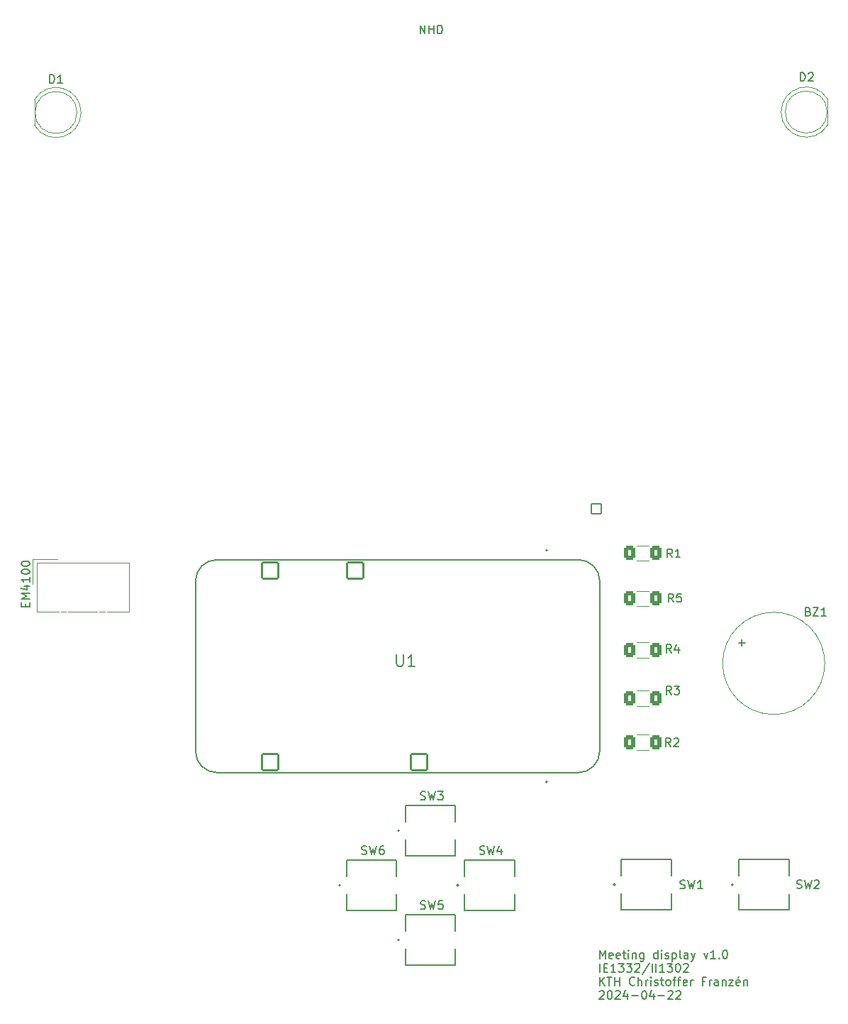
<source format=gto>
%TF.GenerationSoftware,KiCad,Pcbnew,8.0.1*%
%TF.CreationDate,2024-04-24T10:41:03+02:00*%
%TF.ProjectId,PCB,5043422e-6b69-4636-9164-5f7063625858,v0.1*%
%TF.SameCoordinates,Original*%
%TF.FileFunction,Legend,Top*%
%TF.FilePolarity,Positive*%
%FSLAX46Y46*%
G04 Gerber Fmt 4.6, Leading zero omitted, Abs format (unit mm)*
G04 Created by KiCad (PCBNEW 8.0.1) date 2024-04-24 10:41:03*
%MOMM*%
%LPD*%
G01*
G04 APERTURE LIST*
G04 Aperture macros list*
%AMRoundRect*
0 Rectangle with rounded corners*
0 $1 Rounding radius*
0 $2 $3 $4 $5 $6 $7 $8 $9 X,Y pos of 4 corners*
0 Add a 4 corners polygon primitive as box body*
4,1,4,$2,$3,$4,$5,$6,$7,$8,$9,$2,$3,0*
0 Add four circle primitives for the rounded corners*
1,1,$1+$1,$2,$3*
1,1,$1+$1,$4,$5*
1,1,$1+$1,$6,$7*
1,1,$1+$1,$8,$9*
0 Add four rect primitives between the rounded corners*
20,1,$1+$1,$2,$3,$4,$5,0*
20,1,$1+$1,$4,$5,$6,$7,0*
20,1,$1+$1,$6,$7,$8,$9,0*
20,1,$1+$1,$8,$9,$2,$3,0*%
G04 Aperture macros list end*
%ADD10C,0.150000*%
%ADD11C,0.127000*%
%ADD12C,0.200000*%
%ADD13C,0.120000*%
%ADD14C,1.712000*%
%ADD15C,3.200000*%
%ADD16C,2.134000*%
%ADD17RoundRect,0.102000X-0.965000X0.965000X-0.965000X-0.965000X0.965000X-0.965000X0.965000X0.965000X0*%
%ADD18RoundRect,0.250000X-0.400000X-0.625000X0.400000X-0.625000X0.400000X0.625000X-0.400000X0.625000X0*%
%ADD19R,2.000000X2.000000*%
%ADD20C,2.000000*%
%ADD21RoundRect,0.250000X0.400000X0.625000X-0.400000X0.625000X-0.400000X-0.625000X0.400000X-0.625000X0*%
%ADD22C,1.404000*%
%ADD23RoundRect,0.102000X-0.600000X-0.600000X0.600000X-0.600000X0.600000X0.600000X-0.600000X0.600000X0*%
%ADD24R,1.800000X1.800000*%
%ADD25C,1.800000*%
%ADD26R,1.524000X1.524000*%
%ADD27C,1.524000*%
G04 APERTURE END LIST*
D10*
X157686779Y-139189987D02*
X157686779Y-138189987D01*
X157686779Y-138189987D02*
X158020112Y-138904272D01*
X158020112Y-138904272D02*
X158353445Y-138189987D01*
X158353445Y-138189987D02*
X158353445Y-139189987D01*
X159210588Y-139142368D02*
X159115350Y-139189987D01*
X159115350Y-139189987D02*
X158924874Y-139189987D01*
X158924874Y-139189987D02*
X158829636Y-139142368D01*
X158829636Y-139142368D02*
X158782017Y-139047129D01*
X158782017Y-139047129D02*
X158782017Y-138666177D01*
X158782017Y-138666177D02*
X158829636Y-138570939D01*
X158829636Y-138570939D02*
X158924874Y-138523320D01*
X158924874Y-138523320D02*
X159115350Y-138523320D01*
X159115350Y-138523320D02*
X159210588Y-138570939D01*
X159210588Y-138570939D02*
X159258207Y-138666177D01*
X159258207Y-138666177D02*
X159258207Y-138761415D01*
X159258207Y-138761415D02*
X158782017Y-138856653D01*
X160067731Y-139142368D02*
X159972493Y-139189987D01*
X159972493Y-139189987D02*
X159782017Y-139189987D01*
X159782017Y-139189987D02*
X159686779Y-139142368D01*
X159686779Y-139142368D02*
X159639160Y-139047129D01*
X159639160Y-139047129D02*
X159639160Y-138666177D01*
X159639160Y-138666177D02*
X159686779Y-138570939D01*
X159686779Y-138570939D02*
X159782017Y-138523320D01*
X159782017Y-138523320D02*
X159972493Y-138523320D01*
X159972493Y-138523320D02*
X160067731Y-138570939D01*
X160067731Y-138570939D02*
X160115350Y-138666177D01*
X160115350Y-138666177D02*
X160115350Y-138761415D01*
X160115350Y-138761415D02*
X159639160Y-138856653D01*
X160401065Y-138523320D02*
X160782017Y-138523320D01*
X160543922Y-138189987D02*
X160543922Y-139047129D01*
X160543922Y-139047129D02*
X160591541Y-139142368D01*
X160591541Y-139142368D02*
X160686779Y-139189987D01*
X160686779Y-139189987D02*
X160782017Y-139189987D01*
X161115351Y-139189987D02*
X161115351Y-138523320D01*
X161115351Y-138189987D02*
X161067732Y-138237606D01*
X161067732Y-138237606D02*
X161115351Y-138285225D01*
X161115351Y-138285225D02*
X161162970Y-138237606D01*
X161162970Y-138237606D02*
X161115351Y-138189987D01*
X161115351Y-138189987D02*
X161115351Y-138285225D01*
X161591541Y-138523320D02*
X161591541Y-139189987D01*
X161591541Y-138618558D02*
X161639160Y-138570939D01*
X161639160Y-138570939D02*
X161734398Y-138523320D01*
X161734398Y-138523320D02*
X161877255Y-138523320D01*
X161877255Y-138523320D02*
X161972493Y-138570939D01*
X161972493Y-138570939D02*
X162020112Y-138666177D01*
X162020112Y-138666177D02*
X162020112Y-139189987D01*
X162924874Y-138523320D02*
X162924874Y-139332844D01*
X162924874Y-139332844D02*
X162877255Y-139428082D01*
X162877255Y-139428082D02*
X162829636Y-139475701D01*
X162829636Y-139475701D02*
X162734398Y-139523320D01*
X162734398Y-139523320D02*
X162591541Y-139523320D01*
X162591541Y-139523320D02*
X162496303Y-139475701D01*
X162924874Y-139142368D02*
X162829636Y-139189987D01*
X162829636Y-139189987D02*
X162639160Y-139189987D01*
X162639160Y-139189987D02*
X162543922Y-139142368D01*
X162543922Y-139142368D02*
X162496303Y-139094748D01*
X162496303Y-139094748D02*
X162448684Y-138999510D01*
X162448684Y-138999510D02*
X162448684Y-138713796D01*
X162448684Y-138713796D02*
X162496303Y-138618558D01*
X162496303Y-138618558D02*
X162543922Y-138570939D01*
X162543922Y-138570939D02*
X162639160Y-138523320D01*
X162639160Y-138523320D02*
X162829636Y-138523320D01*
X162829636Y-138523320D02*
X162924874Y-138570939D01*
X164591541Y-139189987D02*
X164591541Y-138189987D01*
X164591541Y-139142368D02*
X164496303Y-139189987D01*
X164496303Y-139189987D02*
X164305827Y-139189987D01*
X164305827Y-139189987D02*
X164210589Y-139142368D01*
X164210589Y-139142368D02*
X164162970Y-139094748D01*
X164162970Y-139094748D02*
X164115351Y-138999510D01*
X164115351Y-138999510D02*
X164115351Y-138713796D01*
X164115351Y-138713796D02*
X164162970Y-138618558D01*
X164162970Y-138618558D02*
X164210589Y-138570939D01*
X164210589Y-138570939D02*
X164305827Y-138523320D01*
X164305827Y-138523320D02*
X164496303Y-138523320D01*
X164496303Y-138523320D02*
X164591541Y-138570939D01*
X165067732Y-139189987D02*
X165067732Y-138523320D01*
X165067732Y-138189987D02*
X165020113Y-138237606D01*
X165020113Y-138237606D02*
X165067732Y-138285225D01*
X165067732Y-138285225D02*
X165115351Y-138237606D01*
X165115351Y-138237606D02*
X165067732Y-138189987D01*
X165067732Y-138189987D02*
X165067732Y-138285225D01*
X165496303Y-139142368D02*
X165591541Y-139189987D01*
X165591541Y-139189987D02*
X165782017Y-139189987D01*
X165782017Y-139189987D02*
X165877255Y-139142368D01*
X165877255Y-139142368D02*
X165924874Y-139047129D01*
X165924874Y-139047129D02*
X165924874Y-138999510D01*
X165924874Y-138999510D02*
X165877255Y-138904272D01*
X165877255Y-138904272D02*
X165782017Y-138856653D01*
X165782017Y-138856653D02*
X165639160Y-138856653D01*
X165639160Y-138856653D02*
X165543922Y-138809034D01*
X165543922Y-138809034D02*
X165496303Y-138713796D01*
X165496303Y-138713796D02*
X165496303Y-138666177D01*
X165496303Y-138666177D02*
X165543922Y-138570939D01*
X165543922Y-138570939D02*
X165639160Y-138523320D01*
X165639160Y-138523320D02*
X165782017Y-138523320D01*
X165782017Y-138523320D02*
X165877255Y-138570939D01*
X166353446Y-138523320D02*
X166353446Y-139523320D01*
X166353446Y-138570939D02*
X166448684Y-138523320D01*
X166448684Y-138523320D02*
X166639160Y-138523320D01*
X166639160Y-138523320D02*
X166734398Y-138570939D01*
X166734398Y-138570939D02*
X166782017Y-138618558D01*
X166782017Y-138618558D02*
X166829636Y-138713796D01*
X166829636Y-138713796D02*
X166829636Y-138999510D01*
X166829636Y-138999510D02*
X166782017Y-139094748D01*
X166782017Y-139094748D02*
X166734398Y-139142368D01*
X166734398Y-139142368D02*
X166639160Y-139189987D01*
X166639160Y-139189987D02*
X166448684Y-139189987D01*
X166448684Y-139189987D02*
X166353446Y-139142368D01*
X167401065Y-139189987D02*
X167305827Y-139142368D01*
X167305827Y-139142368D02*
X167258208Y-139047129D01*
X167258208Y-139047129D02*
X167258208Y-138189987D01*
X168210589Y-139189987D02*
X168210589Y-138666177D01*
X168210589Y-138666177D02*
X168162970Y-138570939D01*
X168162970Y-138570939D02*
X168067732Y-138523320D01*
X168067732Y-138523320D02*
X167877256Y-138523320D01*
X167877256Y-138523320D02*
X167782018Y-138570939D01*
X168210589Y-139142368D02*
X168115351Y-139189987D01*
X168115351Y-139189987D02*
X167877256Y-139189987D01*
X167877256Y-139189987D02*
X167782018Y-139142368D01*
X167782018Y-139142368D02*
X167734399Y-139047129D01*
X167734399Y-139047129D02*
X167734399Y-138951891D01*
X167734399Y-138951891D02*
X167782018Y-138856653D01*
X167782018Y-138856653D02*
X167877256Y-138809034D01*
X167877256Y-138809034D02*
X168115351Y-138809034D01*
X168115351Y-138809034D02*
X168210589Y-138761415D01*
X168591542Y-138523320D02*
X168829637Y-139189987D01*
X169067732Y-138523320D02*
X168829637Y-139189987D01*
X168829637Y-139189987D02*
X168734399Y-139428082D01*
X168734399Y-139428082D02*
X168686780Y-139475701D01*
X168686780Y-139475701D02*
X168591542Y-139523320D01*
X170115352Y-138523320D02*
X170353447Y-139189987D01*
X170353447Y-139189987D02*
X170591542Y-138523320D01*
X171496304Y-139189987D02*
X170924876Y-139189987D01*
X171210590Y-139189987D02*
X171210590Y-138189987D01*
X171210590Y-138189987D02*
X171115352Y-138332844D01*
X171115352Y-138332844D02*
X171020114Y-138428082D01*
X171020114Y-138428082D02*
X170924876Y-138475701D01*
X171924876Y-139094748D02*
X171972495Y-139142368D01*
X171972495Y-139142368D02*
X171924876Y-139189987D01*
X171924876Y-139189987D02*
X171877257Y-139142368D01*
X171877257Y-139142368D02*
X171924876Y-139094748D01*
X171924876Y-139094748D02*
X171924876Y-139189987D01*
X172591542Y-138189987D02*
X172686780Y-138189987D01*
X172686780Y-138189987D02*
X172782018Y-138237606D01*
X172782018Y-138237606D02*
X172829637Y-138285225D01*
X172829637Y-138285225D02*
X172877256Y-138380463D01*
X172877256Y-138380463D02*
X172924875Y-138570939D01*
X172924875Y-138570939D02*
X172924875Y-138809034D01*
X172924875Y-138809034D02*
X172877256Y-138999510D01*
X172877256Y-138999510D02*
X172829637Y-139094748D01*
X172829637Y-139094748D02*
X172782018Y-139142368D01*
X172782018Y-139142368D02*
X172686780Y-139189987D01*
X172686780Y-139189987D02*
X172591542Y-139189987D01*
X172591542Y-139189987D02*
X172496304Y-139142368D01*
X172496304Y-139142368D02*
X172448685Y-139094748D01*
X172448685Y-139094748D02*
X172401066Y-138999510D01*
X172401066Y-138999510D02*
X172353447Y-138809034D01*
X172353447Y-138809034D02*
X172353447Y-138570939D01*
X172353447Y-138570939D02*
X172401066Y-138380463D01*
X172401066Y-138380463D02*
X172448685Y-138285225D01*
X172448685Y-138285225D02*
X172496304Y-138237606D01*
X172496304Y-138237606D02*
X172591542Y-138189987D01*
X157686779Y-140799931D02*
X157686779Y-139799931D01*
X158162969Y-140276121D02*
X158496302Y-140276121D01*
X158639159Y-140799931D02*
X158162969Y-140799931D01*
X158162969Y-140799931D02*
X158162969Y-139799931D01*
X158162969Y-139799931D02*
X158639159Y-139799931D01*
X159591540Y-140799931D02*
X159020112Y-140799931D01*
X159305826Y-140799931D02*
X159305826Y-139799931D01*
X159305826Y-139799931D02*
X159210588Y-139942788D01*
X159210588Y-139942788D02*
X159115350Y-140038026D01*
X159115350Y-140038026D02*
X159020112Y-140085645D01*
X159924874Y-139799931D02*
X160543921Y-139799931D01*
X160543921Y-139799931D02*
X160210588Y-140180883D01*
X160210588Y-140180883D02*
X160353445Y-140180883D01*
X160353445Y-140180883D02*
X160448683Y-140228502D01*
X160448683Y-140228502D02*
X160496302Y-140276121D01*
X160496302Y-140276121D02*
X160543921Y-140371359D01*
X160543921Y-140371359D02*
X160543921Y-140609454D01*
X160543921Y-140609454D02*
X160496302Y-140704692D01*
X160496302Y-140704692D02*
X160448683Y-140752312D01*
X160448683Y-140752312D02*
X160353445Y-140799931D01*
X160353445Y-140799931D02*
X160067731Y-140799931D01*
X160067731Y-140799931D02*
X159972493Y-140752312D01*
X159972493Y-140752312D02*
X159924874Y-140704692D01*
X160877255Y-139799931D02*
X161496302Y-139799931D01*
X161496302Y-139799931D02*
X161162969Y-140180883D01*
X161162969Y-140180883D02*
X161305826Y-140180883D01*
X161305826Y-140180883D02*
X161401064Y-140228502D01*
X161401064Y-140228502D02*
X161448683Y-140276121D01*
X161448683Y-140276121D02*
X161496302Y-140371359D01*
X161496302Y-140371359D02*
X161496302Y-140609454D01*
X161496302Y-140609454D02*
X161448683Y-140704692D01*
X161448683Y-140704692D02*
X161401064Y-140752312D01*
X161401064Y-140752312D02*
X161305826Y-140799931D01*
X161305826Y-140799931D02*
X161020112Y-140799931D01*
X161020112Y-140799931D02*
X160924874Y-140752312D01*
X160924874Y-140752312D02*
X160877255Y-140704692D01*
X161877255Y-139895169D02*
X161924874Y-139847550D01*
X161924874Y-139847550D02*
X162020112Y-139799931D01*
X162020112Y-139799931D02*
X162258207Y-139799931D01*
X162258207Y-139799931D02*
X162353445Y-139847550D01*
X162353445Y-139847550D02*
X162401064Y-139895169D01*
X162401064Y-139895169D02*
X162448683Y-139990407D01*
X162448683Y-139990407D02*
X162448683Y-140085645D01*
X162448683Y-140085645D02*
X162401064Y-140228502D01*
X162401064Y-140228502D02*
X161829636Y-140799931D01*
X161829636Y-140799931D02*
X162448683Y-140799931D01*
X163591540Y-139752312D02*
X162734398Y-141038026D01*
X163924874Y-140799931D02*
X163924874Y-139799931D01*
X164401064Y-140799931D02*
X164401064Y-139799931D01*
X165401063Y-140799931D02*
X164829635Y-140799931D01*
X165115349Y-140799931D02*
X165115349Y-139799931D01*
X165115349Y-139799931D02*
X165020111Y-139942788D01*
X165020111Y-139942788D02*
X164924873Y-140038026D01*
X164924873Y-140038026D02*
X164829635Y-140085645D01*
X165734397Y-139799931D02*
X166353444Y-139799931D01*
X166353444Y-139799931D02*
X166020111Y-140180883D01*
X166020111Y-140180883D02*
X166162968Y-140180883D01*
X166162968Y-140180883D02*
X166258206Y-140228502D01*
X166258206Y-140228502D02*
X166305825Y-140276121D01*
X166305825Y-140276121D02*
X166353444Y-140371359D01*
X166353444Y-140371359D02*
X166353444Y-140609454D01*
X166353444Y-140609454D02*
X166305825Y-140704692D01*
X166305825Y-140704692D02*
X166258206Y-140752312D01*
X166258206Y-140752312D02*
X166162968Y-140799931D01*
X166162968Y-140799931D02*
X165877254Y-140799931D01*
X165877254Y-140799931D02*
X165782016Y-140752312D01*
X165782016Y-140752312D02*
X165734397Y-140704692D01*
X166972492Y-139799931D02*
X167067730Y-139799931D01*
X167067730Y-139799931D02*
X167162968Y-139847550D01*
X167162968Y-139847550D02*
X167210587Y-139895169D01*
X167210587Y-139895169D02*
X167258206Y-139990407D01*
X167258206Y-139990407D02*
X167305825Y-140180883D01*
X167305825Y-140180883D02*
X167305825Y-140418978D01*
X167305825Y-140418978D02*
X167258206Y-140609454D01*
X167258206Y-140609454D02*
X167210587Y-140704692D01*
X167210587Y-140704692D02*
X167162968Y-140752312D01*
X167162968Y-140752312D02*
X167067730Y-140799931D01*
X167067730Y-140799931D02*
X166972492Y-140799931D01*
X166972492Y-140799931D02*
X166877254Y-140752312D01*
X166877254Y-140752312D02*
X166829635Y-140704692D01*
X166829635Y-140704692D02*
X166782016Y-140609454D01*
X166782016Y-140609454D02*
X166734397Y-140418978D01*
X166734397Y-140418978D02*
X166734397Y-140180883D01*
X166734397Y-140180883D02*
X166782016Y-139990407D01*
X166782016Y-139990407D02*
X166829635Y-139895169D01*
X166829635Y-139895169D02*
X166877254Y-139847550D01*
X166877254Y-139847550D02*
X166972492Y-139799931D01*
X167686778Y-139895169D02*
X167734397Y-139847550D01*
X167734397Y-139847550D02*
X167829635Y-139799931D01*
X167829635Y-139799931D02*
X168067730Y-139799931D01*
X168067730Y-139799931D02*
X168162968Y-139847550D01*
X168162968Y-139847550D02*
X168210587Y-139895169D01*
X168210587Y-139895169D02*
X168258206Y-139990407D01*
X168258206Y-139990407D02*
X168258206Y-140085645D01*
X168258206Y-140085645D02*
X168210587Y-140228502D01*
X168210587Y-140228502D02*
X167639159Y-140799931D01*
X167639159Y-140799931D02*
X168258206Y-140799931D01*
X157686779Y-142409875D02*
X157686779Y-141409875D01*
X158258207Y-142409875D02*
X157829636Y-141838446D01*
X158258207Y-141409875D02*
X157686779Y-141981303D01*
X158543922Y-141409875D02*
X159115350Y-141409875D01*
X158829636Y-142409875D02*
X158829636Y-141409875D01*
X159448684Y-142409875D02*
X159448684Y-141409875D01*
X159448684Y-141886065D02*
X160020112Y-141886065D01*
X160020112Y-142409875D02*
X160020112Y-141409875D01*
X161829636Y-142314636D02*
X161782017Y-142362256D01*
X161782017Y-142362256D02*
X161639160Y-142409875D01*
X161639160Y-142409875D02*
X161543922Y-142409875D01*
X161543922Y-142409875D02*
X161401065Y-142362256D01*
X161401065Y-142362256D02*
X161305827Y-142267017D01*
X161305827Y-142267017D02*
X161258208Y-142171779D01*
X161258208Y-142171779D02*
X161210589Y-141981303D01*
X161210589Y-141981303D02*
X161210589Y-141838446D01*
X161210589Y-141838446D02*
X161258208Y-141647970D01*
X161258208Y-141647970D02*
X161305827Y-141552732D01*
X161305827Y-141552732D02*
X161401065Y-141457494D01*
X161401065Y-141457494D02*
X161543922Y-141409875D01*
X161543922Y-141409875D02*
X161639160Y-141409875D01*
X161639160Y-141409875D02*
X161782017Y-141457494D01*
X161782017Y-141457494D02*
X161829636Y-141505113D01*
X162258208Y-142409875D02*
X162258208Y-141409875D01*
X162686779Y-142409875D02*
X162686779Y-141886065D01*
X162686779Y-141886065D02*
X162639160Y-141790827D01*
X162639160Y-141790827D02*
X162543922Y-141743208D01*
X162543922Y-141743208D02*
X162401065Y-141743208D01*
X162401065Y-141743208D02*
X162305827Y-141790827D01*
X162305827Y-141790827D02*
X162258208Y-141838446D01*
X163162970Y-142409875D02*
X163162970Y-141743208D01*
X163162970Y-141933684D02*
X163210589Y-141838446D01*
X163210589Y-141838446D02*
X163258208Y-141790827D01*
X163258208Y-141790827D02*
X163353446Y-141743208D01*
X163353446Y-141743208D02*
X163448684Y-141743208D01*
X163782018Y-142409875D02*
X163782018Y-141743208D01*
X163782018Y-141409875D02*
X163734399Y-141457494D01*
X163734399Y-141457494D02*
X163782018Y-141505113D01*
X163782018Y-141505113D02*
X163829637Y-141457494D01*
X163829637Y-141457494D02*
X163782018Y-141409875D01*
X163782018Y-141409875D02*
X163782018Y-141505113D01*
X164210589Y-142362256D02*
X164305827Y-142409875D01*
X164305827Y-142409875D02*
X164496303Y-142409875D01*
X164496303Y-142409875D02*
X164591541Y-142362256D01*
X164591541Y-142362256D02*
X164639160Y-142267017D01*
X164639160Y-142267017D02*
X164639160Y-142219398D01*
X164639160Y-142219398D02*
X164591541Y-142124160D01*
X164591541Y-142124160D02*
X164496303Y-142076541D01*
X164496303Y-142076541D02*
X164353446Y-142076541D01*
X164353446Y-142076541D02*
X164258208Y-142028922D01*
X164258208Y-142028922D02*
X164210589Y-141933684D01*
X164210589Y-141933684D02*
X164210589Y-141886065D01*
X164210589Y-141886065D02*
X164258208Y-141790827D01*
X164258208Y-141790827D02*
X164353446Y-141743208D01*
X164353446Y-141743208D02*
X164496303Y-141743208D01*
X164496303Y-141743208D02*
X164591541Y-141790827D01*
X164924875Y-141743208D02*
X165305827Y-141743208D01*
X165067732Y-141409875D02*
X165067732Y-142267017D01*
X165067732Y-142267017D02*
X165115351Y-142362256D01*
X165115351Y-142362256D02*
X165210589Y-142409875D01*
X165210589Y-142409875D02*
X165305827Y-142409875D01*
X165782018Y-142409875D02*
X165686780Y-142362256D01*
X165686780Y-142362256D02*
X165639161Y-142314636D01*
X165639161Y-142314636D02*
X165591542Y-142219398D01*
X165591542Y-142219398D02*
X165591542Y-141933684D01*
X165591542Y-141933684D02*
X165639161Y-141838446D01*
X165639161Y-141838446D02*
X165686780Y-141790827D01*
X165686780Y-141790827D02*
X165782018Y-141743208D01*
X165782018Y-141743208D02*
X165924875Y-141743208D01*
X165924875Y-141743208D02*
X166020113Y-141790827D01*
X166020113Y-141790827D02*
X166067732Y-141838446D01*
X166067732Y-141838446D02*
X166115351Y-141933684D01*
X166115351Y-141933684D02*
X166115351Y-142219398D01*
X166115351Y-142219398D02*
X166067732Y-142314636D01*
X166067732Y-142314636D02*
X166020113Y-142362256D01*
X166020113Y-142362256D02*
X165924875Y-142409875D01*
X165924875Y-142409875D02*
X165782018Y-142409875D01*
X166401066Y-141743208D02*
X166782018Y-141743208D01*
X166543923Y-142409875D02*
X166543923Y-141552732D01*
X166543923Y-141552732D02*
X166591542Y-141457494D01*
X166591542Y-141457494D02*
X166686780Y-141409875D01*
X166686780Y-141409875D02*
X166782018Y-141409875D01*
X166972495Y-141743208D02*
X167353447Y-141743208D01*
X167115352Y-142409875D02*
X167115352Y-141552732D01*
X167115352Y-141552732D02*
X167162971Y-141457494D01*
X167162971Y-141457494D02*
X167258209Y-141409875D01*
X167258209Y-141409875D02*
X167353447Y-141409875D01*
X168067733Y-142362256D02*
X167972495Y-142409875D01*
X167972495Y-142409875D02*
X167782019Y-142409875D01*
X167782019Y-142409875D02*
X167686781Y-142362256D01*
X167686781Y-142362256D02*
X167639162Y-142267017D01*
X167639162Y-142267017D02*
X167639162Y-141886065D01*
X167639162Y-141886065D02*
X167686781Y-141790827D01*
X167686781Y-141790827D02*
X167782019Y-141743208D01*
X167782019Y-141743208D02*
X167972495Y-141743208D01*
X167972495Y-141743208D02*
X168067733Y-141790827D01*
X168067733Y-141790827D02*
X168115352Y-141886065D01*
X168115352Y-141886065D02*
X168115352Y-141981303D01*
X168115352Y-141981303D02*
X167639162Y-142076541D01*
X168543924Y-142409875D02*
X168543924Y-141743208D01*
X168543924Y-141933684D02*
X168591543Y-141838446D01*
X168591543Y-141838446D02*
X168639162Y-141790827D01*
X168639162Y-141790827D02*
X168734400Y-141743208D01*
X168734400Y-141743208D02*
X168829638Y-141743208D01*
X170258210Y-141886065D02*
X169924877Y-141886065D01*
X169924877Y-142409875D02*
X169924877Y-141409875D01*
X169924877Y-141409875D02*
X170401067Y-141409875D01*
X170782020Y-142409875D02*
X170782020Y-141743208D01*
X170782020Y-141933684D02*
X170829639Y-141838446D01*
X170829639Y-141838446D02*
X170877258Y-141790827D01*
X170877258Y-141790827D02*
X170972496Y-141743208D01*
X170972496Y-141743208D02*
X171067734Y-141743208D01*
X171829639Y-142409875D02*
X171829639Y-141886065D01*
X171829639Y-141886065D02*
X171782020Y-141790827D01*
X171782020Y-141790827D02*
X171686782Y-141743208D01*
X171686782Y-141743208D02*
X171496306Y-141743208D01*
X171496306Y-141743208D02*
X171401068Y-141790827D01*
X171829639Y-142362256D02*
X171734401Y-142409875D01*
X171734401Y-142409875D02*
X171496306Y-142409875D01*
X171496306Y-142409875D02*
X171401068Y-142362256D01*
X171401068Y-142362256D02*
X171353449Y-142267017D01*
X171353449Y-142267017D02*
X171353449Y-142171779D01*
X171353449Y-142171779D02*
X171401068Y-142076541D01*
X171401068Y-142076541D02*
X171496306Y-142028922D01*
X171496306Y-142028922D02*
X171734401Y-142028922D01*
X171734401Y-142028922D02*
X171829639Y-141981303D01*
X172305830Y-141743208D02*
X172305830Y-142409875D01*
X172305830Y-141838446D02*
X172353449Y-141790827D01*
X172353449Y-141790827D02*
X172448687Y-141743208D01*
X172448687Y-141743208D02*
X172591544Y-141743208D01*
X172591544Y-141743208D02*
X172686782Y-141790827D01*
X172686782Y-141790827D02*
X172734401Y-141886065D01*
X172734401Y-141886065D02*
X172734401Y-142409875D01*
X173115354Y-141743208D02*
X173639163Y-141743208D01*
X173639163Y-141743208D02*
X173115354Y-142409875D01*
X173115354Y-142409875D02*
X173639163Y-142409875D01*
X174401068Y-142362256D02*
X174305830Y-142409875D01*
X174305830Y-142409875D02*
X174115354Y-142409875D01*
X174115354Y-142409875D02*
X174020116Y-142362256D01*
X174020116Y-142362256D02*
X173972497Y-142267017D01*
X173972497Y-142267017D02*
X173972497Y-141886065D01*
X173972497Y-141886065D02*
X174020116Y-141790827D01*
X174020116Y-141790827D02*
X174115354Y-141743208D01*
X174115354Y-141743208D02*
X174305830Y-141743208D01*
X174305830Y-141743208D02*
X174401068Y-141790827D01*
X174401068Y-141790827D02*
X174448687Y-141886065D01*
X174448687Y-141886065D02*
X174448687Y-141981303D01*
X174448687Y-141981303D02*
X173972497Y-142076541D01*
X174305830Y-141362256D02*
X174162973Y-141505113D01*
X174877259Y-141743208D02*
X174877259Y-142409875D01*
X174877259Y-141838446D02*
X174924878Y-141790827D01*
X174924878Y-141790827D02*
X175020116Y-141743208D01*
X175020116Y-141743208D02*
X175162973Y-141743208D01*
X175162973Y-141743208D02*
X175258211Y-141790827D01*
X175258211Y-141790827D02*
X175305830Y-141886065D01*
X175305830Y-141886065D02*
X175305830Y-142409875D01*
X157639160Y-143115057D02*
X157686779Y-143067438D01*
X157686779Y-143067438D02*
X157782017Y-143019819D01*
X157782017Y-143019819D02*
X158020112Y-143019819D01*
X158020112Y-143019819D02*
X158115350Y-143067438D01*
X158115350Y-143067438D02*
X158162969Y-143115057D01*
X158162969Y-143115057D02*
X158210588Y-143210295D01*
X158210588Y-143210295D02*
X158210588Y-143305533D01*
X158210588Y-143305533D02*
X158162969Y-143448390D01*
X158162969Y-143448390D02*
X157591541Y-144019819D01*
X157591541Y-144019819D02*
X158210588Y-144019819D01*
X158829636Y-143019819D02*
X158924874Y-143019819D01*
X158924874Y-143019819D02*
X159020112Y-143067438D01*
X159020112Y-143067438D02*
X159067731Y-143115057D01*
X159067731Y-143115057D02*
X159115350Y-143210295D01*
X159115350Y-143210295D02*
X159162969Y-143400771D01*
X159162969Y-143400771D02*
X159162969Y-143638866D01*
X159162969Y-143638866D02*
X159115350Y-143829342D01*
X159115350Y-143829342D02*
X159067731Y-143924580D01*
X159067731Y-143924580D02*
X159020112Y-143972200D01*
X159020112Y-143972200D02*
X158924874Y-144019819D01*
X158924874Y-144019819D02*
X158829636Y-144019819D01*
X158829636Y-144019819D02*
X158734398Y-143972200D01*
X158734398Y-143972200D02*
X158686779Y-143924580D01*
X158686779Y-143924580D02*
X158639160Y-143829342D01*
X158639160Y-143829342D02*
X158591541Y-143638866D01*
X158591541Y-143638866D02*
X158591541Y-143400771D01*
X158591541Y-143400771D02*
X158639160Y-143210295D01*
X158639160Y-143210295D02*
X158686779Y-143115057D01*
X158686779Y-143115057D02*
X158734398Y-143067438D01*
X158734398Y-143067438D02*
X158829636Y-143019819D01*
X159543922Y-143115057D02*
X159591541Y-143067438D01*
X159591541Y-143067438D02*
X159686779Y-143019819D01*
X159686779Y-143019819D02*
X159924874Y-143019819D01*
X159924874Y-143019819D02*
X160020112Y-143067438D01*
X160020112Y-143067438D02*
X160067731Y-143115057D01*
X160067731Y-143115057D02*
X160115350Y-143210295D01*
X160115350Y-143210295D02*
X160115350Y-143305533D01*
X160115350Y-143305533D02*
X160067731Y-143448390D01*
X160067731Y-143448390D02*
X159496303Y-144019819D01*
X159496303Y-144019819D02*
X160115350Y-144019819D01*
X160972493Y-143353152D02*
X160972493Y-144019819D01*
X160734398Y-142972200D02*
X160496303Y-143686485D01*
X160496303Y-143686485D02*
X161115350Y-143686485D01*
X161496303Y-143638866D02*
X162258208Y-143638866D01*
X162924874Y-143019819D02*
X163020112Y-143019819D01*
X163020112Y-143019819D02*
X163115350Y-143067438D01*
X163115350Y-143067438D02*
X163162969Y-143115057D01*
X163162969Y-143115057D02*
X163210588Y-143210295D01*
X163210588Y-143210295D02*
X163258207Y-143400771D01*
X163258207Y-143400771D02*
X163258207Y-143638866D01*
X163258207Y-143638866D02*
X163210588Y-143829342D01*
X163210588Y-143829342D02*
X163162969Y-143924580D01*
X163162969Y-143924580D02*
X163115350Y-143972200D01*
X163115350Y-143972200D02*
X163020112Y-144019819D01*
X163020112Y-144019819D02*
X162924874Y-144019819D01*
X162924874Y-144019819D02*
X162829636Y-143972200D01*
X162829636Y-143972200D02*
X162782017Y-143924580D01*
X162782017Y-143924580D02*
X162734398Y-143829342D01*
X162734398Y-143829342D02*
X162686779Y-143638866D01*
X162686779Y-143638866D02*
X162686779Y-143400771D01*
X162686779Y-143400771D02*
X162734398Y-143210295D01*
X162734398Y-143210295D02*
X162782017Y-143115057D01*
X162782017Y-143115057D02*
X162829636Y-143067438D01*
X162829636Y-143067438D02*
X162924874Y-143019819D01*
X164115350Y-143353152D02*
X164115350Y-144019819D01*
X163877255Y-142972200D02*
X163639160Y-143686485D01*
X163639160Y-143686485D02*
X164258207Y-143686485D01*
X164639160Y-143638866D02*
X165401065Y-143638866D01*
X165829636Y-143115057D02*
X165877255Y-143067438D01*
X165877255Y-143067438D02*
X165972493Y-143019819D01*
X165972493Y-143019819D02*
X166210588Y-143019819D01*
X166210588Y-143019819D02*
X166305826Y-143067438D01*
X166305826Y-143067438D02*
X166353445Y-143115057D01*
X166353445Y-143115057D02*
X166401064Y-143210295D01*
X166401064Y-143210295D02*
X166401064Y-143305533D01*
X166401064Y-143305533D02*
X166353445Y-143448390D01*
X166353445Y-143448390D02*
X165782017Y-144019819D01*
X165782017Y-144019819D02*
X166401064Y-144019819D01*
X166782017Y-143115057D02*
X166829636Y-143067438D01*
X166829636Y-143067438D02*
X166924874Y-143019819D01*
X166924874Y-143019819D02*
X167162969Y-143019819D01*
X167162969Y-143019819D02*
X167258207Y-143067438D01*
X167258207Y-143067438D02*
X167305826Y-143115057D01*
X167305826Y-143115057D02*
X167353445Y-143210295D01*
X167353445Y-143210295D02*
X167353445Y-143305533D01*
X167353445Y-143305533D02*
X167305826Y-143448390D01*
X167305826Y-143448390D02*
X166734398Y-144019819D01*
X166734398Y-144019819D02*
X167353445Y-144019819D01*
X167291667Y-130807200D02*
X167434524Y-130854819D01*
X167434524Y-130854819D02*
X167672619Y-130854819D01*
X167672619Y-130854819D02*
X167767857Y-130807200D01*
X167767857Y-130807200D02*
X167815476Y-130759580D01*
X167815476Y-130759580D02*
X167863095Y-130664342D01*
X167863095Y-130664342D02*
X167863095Y-130569104D01*
X167863095Y-130569104D02*
X167815476Y-130473866D01*
X167815476Y-130473866D02*
X167767857Y-130426247D01*
X167767857Y-130426247D02*
X167672619Y-130378628D01*
X167672619Y-130378628D02*
X167482143Y-130331009D01*
X167482143Y-130331009D02*
X167386905Y-130283390D01*
X167386905Y-130283390D02*
X167339286Y-130235771D01*
X167339286Y-130235771D02*
X167291667Y-130140533D01*
X167291667Y-130140533D02*
X167291667Y-130045295D01*
X167291667Y-130045295D02*
X167339286Y-129950057D01*
X167339286Y-129950057D02*
X167386905Y-129902438D01*
X167386905Y-129902438D02*
X167482143Y-129854819D01*
X167482143Y-129854819D02*
X167720238Y-129854819D01*
X167720238Y-129854819D02*
X167863095Y-129902438D01*
X168196429Y-129854819D02*
X168434524Y-130854819D01*
X168434524Y-130854819D02*
X168625000Y-130140533D01*
X168625000Y-130140533D02*
X168815476Y-130854819D01*
X168815476Y-130854819D02*
X169053572Y-129854819D01*
X169958333Y-130854819D02*
X169386905Y-130854819D01*
X169672619Y-130854819D02*
X169672619Y-129854819D01*
X169672619Y-129854819D02*
X169577381Y-129997676D01*
X169577381Y-129997676D02*
X169482143Y-130092914D01*
X169482143Y-130092914D02*
X169386905Y-130140533D01*
X133408333Y-102889866D02*
X133408333Y-104023200D01*
X133408333Y-104023200D02*
X133475000Y-104156533D01*
X133475000Y-104156533D02*
X133541666Y-104223200D01*
X133541666Y-104223200D02*
X133675000Y-104289866D01*
X133675000Y-104289866D02*
X133941666Y-104289866D01*
X133941666Y-104289866D02*
X134075000Y-104223200D01*
X134075000Y-104223200D02*
X134141666Y-104156533D01*
X134141666Y-104156533D02*
X134208333Y-104023200D01*
X134208333Y-104023200D02*
X134208333Y-102889866D01*
X135608333Y-104289866D02*
X134808333Y-104289866D01*
X135208333Y-104289866D02*
X135208333Y-102889866D01*
X135208333Y-102889866D02*
X135075000Y-103089866D01*
X135075000Y-103089866D02*
X134941667Y-103223200D01*
X134941667Y-103223200D02*
X134808333Y-103289866D01*
X166233333Y-107679819D02*
X165900000Y-107203628D01*
X165661905Y-107679819D02*
X165661905Y-106679819D01*
X165661905Y-106679819D02*
X166042857Y-106679819D01*
X166042857Y-106679819D02*
X166138095Y-106727438D01*
X166138095Y-106727438D02*
X166185714Y-106775057D01*
X166185714Y-106775057D02*
X166233333Y-106870295D01*
X166233333Y-106870295D02*
X166233333Y-107013152D01*
X166233333Y-107013152D02*
X166185714Y-107108390D01*
X166185714Y-107108390D02*
X166138095Y-107156009D01*
X166138095Y-107156009D02*
X166042857Y-107203628D01*
X166042857Y-107203628D02*
X165661905Y-107203628D01*
X166566667Y-106679819D02*
X167185714Y-106679819D01*
X167185714Y-106679819D02*
X166852381Y-107060771D01*
X166852381Y-107060771D02*
X166995238Y-107060771D01*
X166995238Y-107060771D02*
X167090476Y-107108390D01*
X167090476Y-107108390D02*
X167138095Y-107156009D01*
X167138095Y-107156009D02*
X167185714Y-107251247D01*
X167185714Y-107251247D02*
X167185714Y-107489342D01*
X167185714Y-107489342D02*
X167138095Y-107584580D01*
X167138095Y-107584580D02*
X167090476Y-107632200D01*
X167090476Y-107632200D02*
X166995238Y-107679819D01*
X166995238Y-107679819D02*
X166709524Y-107679819D01*
X166709524Y-107679819D02*
X166614286Y-107632200D01*
X166614286Y-107632200D02*
X166566667Y-107584580D01*
X166158333Y-113879819D02*
X165825000Y-113403628D01*
X165586905Y-113879819D02*
X165586905Y-112879819D01*
X165586905Y-112879819D02*
X165967857Y-112879819D01*
X165967857Y-112879819D02*
X166063095Y-112927438D01*
X166063095Y-112927438D02*
X166110714Y-112975057D01*
X166110714Y-112975057D02*
X166158333Y-113070295D01*
X166158333Y-113070295D02*
X166158333Y-113213152D01*
X166158333Y-113213152D02*
X166110714Y-113308390D01*
X166110714Y-113308390D02*
X166063095Y-113356009D01*
X166063095Y-113356009D02*
X165967857Y-113403628D01*
X165967857Y-113403628D02*
X165586905Y-113403628D01*
X166539286Y-112975057D02*
X166586905Y-112927438D01*
X166586905Y-112927438D02*
X166682143Y-112879819D01*
X166682143Y-112879819D02*
X166920238Y-112879819D01*
X166920238Y-112879819D02*
X167015476Y-112927438D01*
X167015476Y-112927438D02*
X167063095Y-112975057D01*
X167063095Y-112975057D02*
X167110714Y-113070295D01*
X167110714Y-113070295D02*
X167110714Y-113165533D01*
X167110714Y-113165533D02*
X167063095Y-113308390D01*
X167063095Y-113308390D02*
X166491667Y-113879819D01*
X166491667Y-113879819D02*
X167110714Y-113879819D01*
X136291667Y-133247200D02*
X136434524Y-133294819D01*
X136434524Y-133294819D02*
X136672619Y-133294819D01*
X136672619Y-133294819D02*
X136767857Y-133247200D01*
X136767857Y-133247200D02*
X136815476Y-133199580D01*
X136815476Y-133199580D02*
X136863095Y-133104342D01*
X136863095Y-133104342D02*
X136863095Y-133009104D01*
X136863095Y-133009104D02*
X136815476Y-132913866D01*
X136815476Y-132913866D02*
X136767857Y-132866247D01*
X136767857Y-132866247D02*
X136672619Y-132818628D01*
X136672619Y-132818628D02*
X136482143Y-132771009D01*
X136482143Y-132771009D02*
X136386905Y-132723390D01*
X136386905Y-132723390D02*
X136339286Y-132675771D01*
X136339286Y-132675771D02*
X136291667Y-132580533D01*
X136291667Y-132580533D02*
X136291667Y-132485295D01*
X136291667Y-132485295D02*
X136339286Y-132390057D01*
X136339286Y-132390057D02*
X136386905Y-132342438D01*
X136386905Y-132342438D02*
X136482143Y-132294819D01*
X136482143Y-132294819D02*
X136720238Y-132294819D01*
X136720238Y-132294819D02*
X136863095Y-132342438D01*
X137196429Y-132294819D02*
X137434524Y-133294819D01*
X137434524Y-133294819D02*
X137625000Y-132580533D01*
X137625000Y-132580533D02*
X137815476Y-133294819D01*
X137815476Y-133294819D02*
X138053572Y-132294819D01*
X138910714Y-132294819D02*
X138434524Y-132294819D01*
X138434524Y-132294819D02*
X138386905Y-132771009D01*
X138386905Y-132771009D02*
X138434524Y-132723390D01*
X138434524Y-132723390D02*
X138529762Y-132675771D01*
X138529762Y-132675771D02*
X138767857Y-132675771D01*
X138767857Y-132675771D02*
X138863095Y-132723390D01*
X138863095Y-132723390D02*
X138910714Y-132771009D01*
X138910714Y-132771009D02*
X138958333Y-132866247D01*
X138958333Y-132866247D02*
X138958333Y-133104342D01*
X138958333Y-133104342D02*
X138910714Y-133199580D01*
X138910714Y-133199580D02*
X138863095Y-133247200D01*
X138863095Y-133247200D02*
X138767857Y-133294819D01*
X138767857Y-133294819D02*
X138529762Y-133294819D01*
X138529762Y-133294819D02*
X138434524Y-133247200D01*
X138434524Y-133247200D02*
X138386905Y-133199580D01*
X181216667Y-130782200D02*
X181359524Y-130829819D01*
X181359524Y-130829819D02*
X181597619Y-130829819D01*
X181597619Y-130829819D02*
X181692857Y-130782200D01*
X181692857Y-130782200D02*
X181740476Y-130734580D01*
X181740476Y-130734580D02*
X181788095Y-130639342D01*
X181788095Y-130639342D02*
X181788095Y-130544104D01*
X181788095Y-130544104D02*
X181740476Y-130448866D01*
X181740476Y-130448866D02*
X181692857Y-130401247D01*
X181692857Y-130401247D02*
X181597619Y-130353628D01*
X181597619Y-130353628D02*
X181407143Y-130306009D01*
X181407143Y-130306009D02*
X181311905Y-130258390D01*
X181311905Y-130258390D02*
X181264286Y-130210771D01*
X181264286Y-130210771D02*
X181216667Y-130115533D01*
X181216667Y-130115533D02*
X181216667Y-130020295D01*
X181216667Y-130020295D02*
X181264286Y-129925057D01*
X181264286Y-129925057D02*
X181311905Y-129877438D01*
X181311905Y-129877438D02*
X181407143Y-129829819D01*
X181407143Y-129829819D02*
X181645238Y-129829819D01*
X181645238Y-129829819D02*
X181788095Y-129877438D01*
X182121429Y-129829819D02*
X182359524Y-130829819D01*
X182359524Y-130829819D02*
X182550000Y-130115533D01*
X182550000Y-130115533D02*
X182740476Y-130829819D01*
X182740476Y-130829819D02*
X182978572Y-129829819D01*
X183311905Y-129925057D02*
X183359524Y-129877438D01*
X183359524Y-129877438D02*
X183454762Y-129829819D01*
X183454762Y-129829819D02*
X183692857Y-129829819D01*
X183692857Y-129829819D02*
X183788095Y-129877438D01*
X183788095Y-129877438D02*
X183835714Y-129925057D01*
X183835714Y-129925057D02*
X183883333Y-130020295D01*
X183883333Y-130020295D02*
X183883333Y-130115533D01*
X183883333Y-130115533D02*
X183835714Y-130258390D01*
X183835714Y-130258390D02*
X183264286Y-130829819D01*
X183264286Y-130829819D02*
X183883333Y-130829819D01*
X129266667Y-126722200D02*
X129409524Y-126769819D01*
X129409524Y-126769819D02*
X129647619Y-126769819D01*
X129647619Y-126769819D02*
X129742857Y-126722200D01*
X129742857Y-126722200D02*
X129790476Y-126674580D01*
X129790476Y-126674580D02*
X129838095Y-126579342D01*
X129838095Y-126579342D02*
X129838095Y-126484104D01*
X129838095Y-126484104D02*
X129790476Y-126388866D01*
X129790476Y-126388866D02*
X129742857Y-126341247D01*
X129742857Y-126341247D02*
X129647619Y-126293628D01*
X129647619Y-126293628D02*
X129457143Y-126246009D01*
X129457143Y-126246009D02*
X129361905Y-126198390D01*
X129361905Y-126198390D02*
X129314286Y-126150771D01*
X129314286Y-126150771D02*
X129266667Y-126055533D01*
X129266667Y-126055533D02*
X129266667Y-125960295D01*
X129266667Y-125960295D02*
X129314286Y-125865057D01*
X129314286Y-125865057D02*
X129361905Y-125817438D01*
X129361905Y-125817438D02*
X129457143Y-125769819D01*
X129457143Y-125769819D02*
X129695238Y-125769819D01*
X129695238Y-125769819D02*
X129838095Y-125817438D01*
X130171429Y-125769819D02*
X130409524Y-126769819D01*
X130409524Y-126769819D02*
X130600000Y-126055533D01*
X130600000Y-126055533D02*
X130790476Y-126769819D01*
X130790476Y-126769819D02*
X131028572Y-125769819D01*
X131838095Y-125769819D02*
X131647619Y-125769819D01*
X131647619Y-125769819D02*
X131552381Y-125817438D01*
X131552381Y-125817438D02*
X131504762Y-125865057D01*
X131504762Y-125865057D02*
X131409524Y-126007914D01*
X131409524Y-126007914D02*
X131361905Y-126198390D01*
X131361905Y-126198390D02*
X131361905Y-126579342D01*
X131361905Y-126579342D02*
X131409524Y-126674580D01*
X131409524Y-126674580D02*
X131457143Y-126722200D01*
X131457143Y-126722200D02*
X131552381Y-126769819D01*
X131552381Y-126769819D02*
X131742857Y-126769819D01*
X131742857Y-126769819D02*
X131838095Y-126722200D01*
X131838095Y-126722200D02*
X131885714Y-126674580D01*
X131885714Y-126674580D02*
X131933333Y-126579342D01*
X131933333Y-126579342D02*
X131933333Y-126341247D01*
X131933333Y-126341247D02*
X131885714Y-126246009D01*
X131885714Y-126246009D02*
X131838095Y-126198390D01*
X131838095Y-126198390D02*
X131742857Y-126150771D01*
X131742857Y-126150771D02*
X131552381Y-126150771D01*
X131552381Y-126150771D02*
X131457143Y-126198390D01*
X131457143Y-126198390D02*
X131409524Y-126246009D01*
X131409524Y-126246009D02*
X131361905Y-126341247D01*
X136291667Y-120222200D02*
X136434524Y-120269819D01*
X136434524Y-120269819D02*
X136672619Y-120269819D01*
X136672619Y-120269819D02*
X136767857Y-120222200D01*
X136767857Y-120222200D02*
X136815476Y-120174580D01*
X136815476Y-120174580D02*
X136863095Y-120079342D01*
X136863095Y-120079342D02*
X136863095Y-119984104D01*
X136863095Y-119984104D02*
X136815476Y-119888866D01*
X136815476Y-119888866D02*
X136767857Y-119841247D01*
X136767857Y-119841247D02*
X136672619Y-119793628D01*
X136672619Y-119793628D02*
X136482143Y-119746009D01*
X136482143Y-119746009D02*
X136386905Y-119698390D01*
X136386905Y-119698390D02*
X136339286Y-119650771D01*
X136339286Y-119650771D02*
X136291667Y-119555533D01*
X136291667Y-119555533D02*
X136291667Y-119460295D01*
X136291667Y-119460295D02*
X136339286Y-119365057D01*
X136339286Y-119365057D02*
X136386905Y-119317438D01*
X136386905Y-119317438D02*
X136482143Y-119269819D01*
X136482143Y-119269819D02*
X136720238Y-119269819D01*
X136720238Y-119269819D02*
X136863095Y-119317438D01*
X137196429Y-119269819D02*
X137434524Y-120269819D01*
X137434524Y-120269819D02*
X137625000Y-119555533D01*
X137625000Y-119555533D02*
X137815476Y-120269819D01*
X137815476Y-120269819D02*
X138053572Y-119269819D01*
X138339286Y-119269819D02*
X138958333Y-119269819D01*
X138958333Y-119269819D02*
X138625000Y-119650771D01*
X138625000Y-119650771D02*
X138767857Y-119650771D01*
X138767857Y-119650771D02*
X138863095Y-119698390D01*
X138863095Y-119698390D02*
X138910714Y-119746009D01*
X138910714Y-119746009D02*
X138958333Y-119841247D01*
X138958333Y-119841247D02*
X138958333Y-120079342D01*
X138958333Y-120079342D02*
X138910714Y-120174580D01*
X138910714Y-120174580D02*
X138863095Y-120222200D01*
X138863095Y-120222200D02*
X138767857Y-120269819D01*
X138767857Y-120269819D02*
X138482143Y-120269819D01*
X138482143Y-120269819D02*
X138386905Y-120222200D01*
X138386905Y-120222200D02*
X138339286Y-120174580D01*
X182569047Y-97781009D02*
X182711904Y-97828628D01*
X182711904Y-97828628D02*
X182759523Y-97876247D01*
X182759523Y-97876247D02*
X182807142Y-97971485D01*
X182807142Y-97971485D02*
X182807142Y-98114342D01*
X182807142Y-98114342D02*
X182759523Y-98209580D01*
X182759523Y-98209580D02*
X182711904Y-98257200D01*
X182711904Y-98257200D02*
X182616666Y-98304819D01*
X182616666Y-98304819D02*
X182235714Y-98304819D01*
X182235714Y-98304819D02*
X182235714Y-97304819D01*
X182235714Y-97304819D02*
X182569047Y-97304819D01*
X182569047Y-97304819D02*
X182664285Y-97352438D01*
X182664285Y-97352438D02*
X182711904Y-97400057D01*
X182711904Y-97400057D02*
X182759523Y-97495295D01*
X182759523Y-97495295D02*
X182759523Y-97590533D01*
X182759523Y-97590533D02*
X182711904Y-97685771D01*
X182711904Y-97685771D02*
X182664285Y-97733390D01*
X182664285Y-97733390D02*
X182569047Y-97781009D01*
X182569047Y-97781009D02*
X182235714Y-97781009D01*
X183140476Y-97304819D02*
X183807142Y-97304819D01*
X183807142Y-97304819D02*
X183140476Y-98304819D01*
X183140476Y-98304819D02*
X183807142Y-98304819D01*
X184711904Y-98304819D02*
X184140476Y-98304819D01*
X184426190Y-98304819D02*
X184426190Y-97304819D01*
X184426190Y-97304819D02*
X184330952Y-97447676D01*
X184330952Y-97447676D02*
X184235714Y-97542914D01*
X184235714Y-97542914D02*
X184140476Y-97590533D01*
X174259048Y-101508866D02*
X175020953Y-101508866D01*
X174640000Y-101889819D02*
X174640000Y-101127914D01*
X166333333Y-91329819D02*
X166000000Y-90853628D01*
X165761905Y-91329819D02*
X165761905Y-90329819D01*
X165761905Y-90329819D02*
X166142857Y-90329819D01*
X166142857Y-90329819D02*
X166238095Y-90377438D01*
X166238095Y-90377438D02*
X166285714Y-90425057D01*
X166285714Y-90425057D02*
X166333333Y-90520295D01*
X166333333Y-90520295D02*
X166333333Y-90663152D01*
X166333333Y-90663152D02*
X166285714Y-90758390D01*
X166285714Y-90758390D02*
X166238095Y-90806009D01*
X166238095Y-90806009D02*
X166142857Y-90853628D01*
X166142857Y-90853628D02*
X165761905Y-90853628D01*
X167285714Y-91329819D02*
X166714286Y-91329819D01*
X167000000Y-91329819D02*
X167000000Y-90329819D01*
X167000000Y-90329819D02*
X166904762Y-90472676D01*
X166904762Y-90472676D02*
X166809524Y-90567914D01*
X166809524Y-90567914D02*
X166714286Y-90615533D01*
X136225476Y-28838819D02*
X136225476Y-27838819D01*
X136225476Y-27838819D02*
X136796904Y-28838819D01*
X136796904Y-28838819D02*
X136796904Y-27838819D01*
X137273095Y-28838819D02*
X137273095Y-27838819D01*
X137273095Y-28315009D02*
X137844523Y-28315009D01*
X137844523Y-28838819D02*
X137844523Y-27838819D01*
X138320714Y-28838819D02*
X138320714Y-27838819D01*
X138320714Y-27838819D02*
X138558809Y-27838819D01*
X138558809Y-27838819D02*
X138701666Y-27886438D01*
X138701666Y-27886438D02*
X138796904Y-27981676D01*
X138796904Y-27981676D02*
X138844523Y-28076914D01*
X138844523Y-28076914D02*
X138892142Y-28267390D01*
X138892142Y-28267390D02*
X138892142Y-28410247D01*
X138892142Y-28410247D02*
X138844523Y-28600723D01*
X138844523Y-28600723D02*
X138796904Y-28695961D01*
X138796904Y-28695961D02*
X138701666Y-28791200D01*
X138701666Y-28791200D02*
X138558809Y-28838819D01*
X138558809Y-28838819D02*
X138320714Y-28838819D01*
X166233333Y-102729819D02*
X165900000Y-102253628D01*
X165661905Y-102729819D02*
X165661905Y-101729819D01*
X165661905Y-101729819D02*
X166042857Y-101729819D01*
X166042857Y-101729819D02*
X166138095Y-101777438D01*
X166138095Y-101777438D02*
X166185714Y-101825057D01*
X166185714Y-101825057D02*
X166233333Y-101920295D01*
X166233333Y-101920295D02*
X166233333Y-102063152D01*
X166233333Y-102063152D02*
X166185714Y-102158390D01*
X166185714Y-102158390D02*
X166138095Y-102206009D01*
X166138095Y-102206009D02*
X166042857Y-102253628D01*
X166042857Y-102253628D02*
X165661905Y-102253628D01*
X167090476Y-102063152D02*
X167090476Y-102729819D01*
X166852381Y-101682200D02*
X166614286Y-102396485D01*
X166614286Y-102396485D02*
X167233333Y-102396485D01*
X166483333Y-96654819D02*
X166150000Y-96178628D01*
X165911905Y-96654819D02*
X165911905Y-95654819D01*
X165911905Y-95654819D02*
X166292857Y-95654819D01*
X166292857Y-95654819D02*
X166388095Y-95702438D01*
X166388095Y-95702438D02*
X166435714Y-95750057D01*
X166435714Y-95750057D02*
X166483333Y-95845295D01*
X166483333Y-95845295D02*
X166483333Y-95988152D01*
X166483333Y-95988152D02*
X166435714Y-96083390D01*
X166435714Y-96083390D02*
X166388095Y-96131009D01*
X166388095Y-96131009D02*
X166292857Y-96178628D01*
X166292857Y-96178628D02*
X165911905Y-96178628D01*
X167388095Y-95654819D02*
X166911905Y-95654819D01*
X166911905Y-95654819D02*
X166864286Y-96131009D01*
X166864286Y-96131009D02*
X166911905Y-96083390D01*
X166911905Y-96083390D02*
X167007143Y-96035771D01*
X167007143Y-96035771D02*
X167245238Y-96035771D01*
X167245238Y-96035771D02*
X167340476Y-96083390D01*
X167340476Y-96083390D02*
X167388095Y-96131009D01*
X167388095Y-96131009D02*
X167435714Y-96226247D01*
X167435714Y-96226247D02*
X167435714Y-96464342D01*
X167435714Y-96464342D02*
X167388095Y-96559580D01*
X167388095Y-96559580D02*
X167340476Y-96607200D01*
X167340476Y-96607200D02*
X167245238Y-96654819D01*
X167245238Y-96654819D02*
X167007143Y-96654819D01*
X167007143Y-96654819D02*
X166911905Y-96607200D01*
X166911905Y-96607200D02*
X166864286Y-96559580D01*
X92006905Y-34744819D02*
X92006905Y-33744819D01*
X92006905Y-33744819D02*
X92245000Y-33744819D01*
X92245000Y-33744819D02*
X92387857Y-33792438D01*
X92387857Y-33792438D02*
X92483095Y-33887676D01*
X92483095Y-33887676D02*
X92530714Y-33982914D01*
X92530714Y-33982914D02*
X92578333Y-34173390D01*
X92578333Y-34173390D02*
X92578333Y-34316247D01*
X92578333Y-34316247D02*
X92530714Y-34506723D01*
X92530714Y-34506723D02*
X92483095Y-34601961D01*
X92483095Y-34601961D02*
X92387857Y-34697200D01*
X92387857Y-34697200D02*
X92245000Y-34744819D01*
X92245000Y-34744819D02*
X92006905Y-34744819D01*
X93530714Y-34744819D02*
X92959286Y-34744819D01*
X93245000Y-34744819D02*
X93245000Y-33744819D01*
X93245000Y-33744819D02*
X93149762Y-33887676D01*
X93149762Y-33887676D02*
X93054524Y-33982914D01*
X93054524Y-33982914D02*
X92959286Y-34030533D01*
X89071009Y-97215475D02*
X89071009Y-96882142D01*
X89594819Y-96739285D02*
X89594819Y-97215475D01*
X89594819Y-97215475D02*
X88594819Y-97215475D01*
X88594819Y-97215475D02*
X88594819Y-96739285D01*
X89594819Y-96310713D02*
X88594819Y-96310713D01*
X88594819Y-96310713D02*
X89309104Y-95977380D01*
X89309104Y-95977380D02*
X88594819Y-95644047D01*
X88594819Y-95644047D02*
X89594819Y-95644047D01*
X88928152Y-94739285D02*
X89594819Y-94739285D01*
X88547200Y-94977380D02*
X89261485Y-95215475D01*
X89261485Y-95215475D02*
X89261485Y-94596428D01*
X89594819Y-93691666D02*
X89594819Y-94263094D01*
X89594819Y-93977380D02*
X88594819Y-93977380D01*
X88594819Y-93977380D02*
X88737676Y-94072618D01*
X88737676Y-94072618D02*
X88832914Y-94167856D01*
X88832914Y-94167856D02*
X88880533Y-94263094D01*
X88594819Y-93072618D02*
X88594819Y-92977380D01*
X88594819Y-92977380D02*
X88642438Y-92882142D01*
X88642438Y-92882142D02*
X88690057Y-92834523D01*
X88690057Y-92834523D02*
X88785295Y-92786904D01*
X88785295Y-92786904D02*
X88975771Y-92739285D01*
X88975771Y-92739285D02*
X89213866Y-92739285D01*
X89213866Y-92739285D02*
X89404342Y-92786904D01*
X89404342Y-92786904D02*
X89499580Y-92834523D01*
X89499580Y-92834523D02*
X89547200Y-92882142D01*
X89547200Y-92882142D02*
X89594819Y-92977380D01*
X89594819Y-92977380D02*
X89594819Y-93072618D01*
X89594819Y-93072618D02*
X89547200Y-93167856D01*
X89547200Y-93167856D02*
X89499580Y-93215475D01*
X89499580Y-93215475D02*
X89404342Y-93263094D01*
X89404342Y-93263094D02*
X89213866Y-93310713D01*
X89213866Y-93310713D02*
X88975771Y-93310713D01*
X88975771Y-93310713D02*
X88785295Y-93263094D01*
X88785295Y-93263094D02*
X88690057Y-93215475D01*
X88690057Y-93215475D02*
X88642438Y-93167856D01*
X88642438Y-93167856D02*
X88594819Y-93072618D01*
X88594819Y-92120237D02*
X88594819Y-92024999D01*
X88594819Y-92024999D02*
X88642438Y-91929761D01*
X88642438Y-91929761D02*
X88690057Y-91882142D01*
X88690057Y-91882142D02*
X88785295Y-91834523D01*
X88785295Y-91834523D02*
X88975771Y-91786904D01*
X88975771Y-91786904D02*
X89213866Y-91786904D01*
X89213866Y-91786904D02*
X89404342Y-91834523D01*
X89404342Y-91834523D02*
X89499580Y-91882142D01*
X89499580Y-91882142D02*
X89547200Y-91929761D01*
X89547200Y-91929761D02*
X89594819Y-92024999D01*
X89594819Y-92024999D02*
X89594819Y-92120237D01*
X89594819Y-92120237D02*
X89547200Y-92215475D01*
X89547200Y-92215475D02*
X89499580Y-92263094D01*
X89499580Y-92263094D02*
X89404342Y-92310713D01*
X89404342Y-92310713D02*
X89213866Y-92358332D01*
X89213866Y-92358332D02*
X88975771Y-92358332D01*
X88975771Y-92358332D02*
X88785295Y-92310713D01*
X88785295Y-92310713D02*
X88690057Y-92263094D01*
X88690057Y-92263094D02*
X88642438Y-92215475D01*
X88642438Y-92215475D02*
X88594819Y-92120237D01*
X143341667Y-126722200D02*
X143484524Y-126769819D01*
X143484524Y-126769819D02*
X143722619Y-126769819D01*
X143722619Y-126769819D02*
X143817857Y-126722200D01*
X143817857Y-126722200D02*
X143865476Y-126674580D01*
X143865476Y-126674580D02*
X143913095Y-126579342D01*
X143913095Y-126579342D02*
X143913095Y-126484104D01*
X143913095Y-126484104D02*
X143865476Y-126388866D01*
X143865476Y-126388866D02*
X143817857Y-126341247D01*
X143817857Y-126341247D02*
X143722619Y-126293628D01*
X143722619Y-126293628D02*
X143532143Y-126246009D01*
X143532143Y-126246009D02*
X143436905Y-126198390D01*
X143436905Y-126198390D02*
X143389286Y-126150771D01*
X143389286Y-126150771D02*
X143341667Y-126055533D01*
X143341667Y-126055533D02*
X143341667Y-125960295D01*
X143341667Y-125960295D02*
X143389286Y-125865057D01*
X143389286Y-125865057D02*
X143436905Y-125817438D01*
X143436905Y-125817438D02*
X143532143Y-125769819D01*
X143532143Y-125769819D02*
X143770238Y-125769819D01*
X143770238Y-125769819D02*
X143913095Y-125817438D01*
X144246429Y-125769819D02*
X144484524Y-126769819D01*
X144484524Y-126769819D02*
X144675000Y-126055533D01*
X144675000Y-126055533D02*
X144865476Y-126769819D01*
X144865476Y-126769819D02*
X145103572Y-125769819D01*
X145913095Y-126103152D02*
X145913095Y-126769819D01*
X145675000Y-125722200D02*
X145436905Y-126436485D01*
X145436905Y-126436485D02*
X146055952Y-126436485D01*
X181636905Y-34504819D02*
X181636905Y-33504819D01*
X181636905Y-33504819D02*
X181875000Y-33504819D01*
X181875000Y-33504819D02*
X182017857Y-33552438D01*
X182017857Y-33552438D02*
X182113095Y-33647676D01*
X182113095Y-33647676D02*
X182160714Y-33742914D01*
X182160714Y-33742914D02*
X182208333Y-33933390D01*
X182208333Y-33933390D02*
X182208333Y-34076247D01*
X182208333Y-34076247D02*
X182160714Y-34266723D01*
X182160714Y-34266723D02*
X182113095Y-34361961D01*
X182113095Y-34361961D02*
X182017857Y-34457200D01*
X182017857Y-34457200D02*
X181875000Y-34504819D01*
X181875000Y-34504819D02*
X181636905Y-34504819D01*
X182589286Y-33600057D02*
X182636905Y-33552438D01*
X182636905Y-33552438D02*
X182732143Y-33504819D01*
X182732143Y-33504819D02*
X182970238Y-33504819D01*
X182970238Y-33504819D02*
X183065476Y-33552438D01*
X183065476Y-33552438D02*
X183113095Y-33600057D01*
X183113095Y-33600057D02*
X183160714Y-33695295D01*
X183160714Y-33695295D02*
X183160714Y-33790533D01*
X183160714Y-33790533D02*
X183113095Y-33933390D01*
X183113095Y-33933390D02*
X182541667Y-34504819D01*
X182541667Y-34504819D02*
X183160714Y-34504819D01*
D11*
%TO.C,SW1*%
X160225000Y-127375000D02*
X166225000Y-127375000D01*
X160225000Y-129300000D02*
X160225000Y-127375000D01*
X160225000Y-133375000D02*
X160225000Y-131450000D01*
X166225000Y-127375000D02*
X166225000Y-129300000D01*
X166225000Y-131450000D02*
X166225000Y-133375000D01*
X166225000Y-133375000D02*
X160225000Y-133375000D01*
D12*
X159525000Y-130375000D02*
G75*
G02*
X159325000Y-130375000I-100000J0D01*
G01*
X159325000Y-130375000D02*
G75*
G02*
X159525000Y-130375000I100000J0D01*
G01*
D11*
%TO.C,U1*%
X109410000Y-114465000D02*
X109410000Y-94145000D01*
X111950000Y-91605000D02*
X155130000Y-91605000D01*
X155130000Y-117005000D02*
X111950000Y-117005000D01*
X157670000Y-94145000D02*
X157670000Y-114465000D01*
X109410000Y-94145000D02*
G75*
G02*
X111950000Y-91605000I2540001J-1D01*
G01*
X111950000Y-117005000D02*
G75*
G02*
X109410000Y-114465000I0J2540000D01*
G01*
X155130000Y-91605000D02*
G75*
G02*
X157670000Y-94145000I-1J-2540001D01*
G01*
X157670000Y-114465000D02*
G75*
G02*
X155130000Y-117005000I-2540000J0D01*
G01*
D12*
X151420000Y-90495000D02*
G75*
G02*
X151220000Y-90495000I-100000J0D01*
G01*
X151220000Y-90495000D02*
G75*
G02*
X151420000Y-90495000I100000J0D01*
G01*
X151420000Y-118115000D02*
G75*
G02*
X151220000Y-118115000I-100000J0D01*
G01*
X151220000Y-118115000D02*
G75*
G02*
X151420000Y-118115000I100000J0D01*
G01*
D13*
%TO.C,R3*%
X162097936Y-107240000D02*
X163552064Y-107240000D01*
X162097936Y-109060000D02*
X163552064Y-109060000D01*
%TO.C,R2*%
X162097936Y-112465000D02*
X163552064Y-112465000D01*
X162097936Y-114285000D02*
X163552064Y-114285000D01*
D11*
%TO.C,SW5*%
X134450000Y-133975000D02*
X140450000Y-133975000D01*
X134450000Y-135900000D02*
X134450000Y-133975000D01*
X134450000Y-139975000D02*
X134450000Y-138050000D01*
X140450000Y-133975000D02*
X140450000Y-135900000D01*
X140450000Y-138050000D02*
X140450000Y-139975000D01*
X140450000Y-139975000D02*
X134450000Y-139975000D01*
D12*
X133750000Y-136975000D02*
G75*
G02*
X133550000Y-136975000I-100000J0D01*
G01*
X133550000Y-136975000D02*
G75*
G02*
X133750000Y-136975000I100000J0D01*
G01*
D11*
%TO.C,SW2*%
X174310500Y-127400000D02*
X180310500Y-127400000D01*
X174310500Y-129325000D02*
X174310500Y-127400000D01*
X174310500Y-133400000D02*
X174310500Y-131475000D01*
X180310500Y-127400000D02*
X180310500Y-129325000D01*
X180310500Y-131475000D02*
X180310500Y-133400000D01*
X180310500Y-133400000D02*
X174310500Y-133400000D01*
D12*
X173610500Y-130400000D02*
G75*
G02*
X173410500Y-130400000I-100000J0D01*
G01*
X173410500Y-130400000D02*
G75*
G02*
X173610500Y-130400000I100000J0D01*
G01*
D11*
%TO.C,SW6*%
X127425000Y-127450000D02*
X133425000Y-127450000D01*
X127425000Y-129375000D02*
X127425000Y-127450000D01*
X127425000Y-133450000D02*
X127425000Y-131525000D01*
X133425000Y-127450000D02*
X133425000Y-129375000D01*
X133425000Y-131525000D02*
X133425000Y-133450000D01*
X133425000Y-133450000D02*
X127425000Y-133450000D01*
D12*
X126725000Y-130450000D02*
G75*
G02*
X126525000Y-130450000I-100000J0D01*
G01*
X126525000Y-130450000D02*
G75*
G02*
X126725000Y-130450000I100000J0D01*
G01*
D11*
%TO.C,SW3*%
X134450000Y-120950000D02*
X140450000Y-120950000D01*
X134450000Y-122875000D02*
X134450000Y-120950000D01*
X134450000Y-126950000D02*
X134450000Y-125025000D01*
X140450000Y-120950000D02*
X140450000Y-122875000D01*
X140450000Y-125025000D02*
X140450000Y-126950000D01*
X140450000Y-126950000D02*
X134450000Y-126950000D01*
D12*
X133750000Y-123950000D02*
G75*
G02*
X133550000Y-123950000I-100000J0D01*
G01*
X133550000Y-123950000D02*
G75*
G02*
X133750000Y-123950000I100000J0D01*
G01*
D13*
%TO.C,BZ1*%
X184550000Y-103975000D02*
G75*
G02*
X172350000Y-103975000I-6100000J0D01*
G01*
X172350000Y-103975000D02*
G75*
G02*
X184550000Y-103975000I6100000J0D01*
G01*
%TO.C,R1*%
X163552064Y-89915000D02*
X162097936Y-89915000D01*
X163552064Y-91735000D02*
X162097936Y-91735000D01*
%TO.C,R4*%
X162097936Y-101490000D02*
X163552064Y-101490000D01*
X162097936Y-103310000D02*
X163552064Y-103310000D01*
%TO.C,R5*%
X162097936Y-95315000D02*
X163552064Y-95315000D01*
X162097936Y-97135000D02*
X163552064Y-97135000D01*
%TO.C,D1*%
X90185000Y-36705000D02*
X90185000Y-39795000D01*
X90185001Y-36705170D02*
G75*
G02*
X95734999Y-38250462I2559999J-1544830D01*
G01*
X95735000Y-38249538D02*
G75*
G02*
X90185000Y-39794830I-2990000J-462D01*
G01*
X95245000Y-38250000D02*
G75*
G02*
X90245000Y-38250000I-2500000J0D01*
G01*
X90245000Y-38250000D02*
G75*
G02*
X95245000Y-38250000I2500000J0D01*
G01*
%TO.C,EM4100*%
X89950000Y-91525000D02*
X92950000Y-91525000D01*
X89950000Y-94525000D02*
X89950000Y-91525000D01*
X90450000Y-91975000D02*
X101500000Y-91975000D01*
X90450000Y-97825000D02*
X90450000Y-91975000D01*
X90450000Y-97825000D02*
X93100000Y-97825000D01*
X93350000Y-97825000D02*
X93950000Y-97825000D01*
X94200000Y-97825000D02*
X97700000Y-97825000D01*
X97950000Y-97825000D02*
X98550000Y-97825000D01*
X98850000Y-97825000D02*
X101500000Y-97825000D01*
X101500000Y-97825000D02*
X101500000Y-91975000D01*
D11*
%TO.C,SW4*%
X141500000Y-127450000D02*
X147500000Y-127450000D01*
X141500000Y-129375000D02*
X141500000Y-127450000D01*
X141500000Y-133450000D02*
X141500000Y-131525000D01*
X147500000Y-127450000D02*
X147500000Y-129375000D01*
X147500000Y-131525000D02*
X147500000Y-133450000D01*
X147500000Y-133450000D02*
X141500000Y-133450000D01*
D12*
X140800000Y-130450000D02*
G75*
G02*
X140600000Y-130450000I-100000J0D01*
G01*
X140600000Y-130450000D02*
G75*
G02*
X140800000Y-130450000I100000J0D01*
G01*
D13*
%TO.C,D2*%
X184890000Y-39745000D02*
X184890000Y-36655000D01*
X179340000Y-38200462D02*
G75*
G02*
X184890000Y-36655170I2990000J462D01*
G01*
X184889999Y-39744830D02*
G75*
G02*
X179340001Y-38199538I-2559999J1544830D01*
G01*
X184830000Y-38200000D02*
G75*
G02*
X179830000Y-38200000I-2500000J0D01*
G01*
X179830000Y-38200000D02*
G75*
G02*
X184830000Y-38200000I2500000J0D01*
G01*
%TD*%
%LPC*%
D14*
%TO.C,SW1*%
X160725000Y-130375000D03*
X165725000Y-130375000D03*
%TD*%
D15*
%TO.C,U1*%
X155130000Y-94145000D03*
X111950000Y-94145000D03*
X155130000Y-114465000D03*
X111950000Y-114465000D03*
D16*
X151320000Y-92875000D03*
X148780000Y-92875000D03*
X146240000Y-92875000D03*
X143700000Y-92875000D03*
X141160000Y-92875000D03*
X138620000Y-92875000D03*
X136080000Y-92875000D03*
X133540000Y-92875000D03*
X131000000Y-92875000D03*
D17*
X128460000Y-92875000D03*
D16*
X125920000Y-92875000D03*
X123380000Y-92875000D03*
X120840000Y-92875000D03*
D17*
X118300000Y-92875000D03*
D16*
X115760000Y-92875000D03*
X115760000Y-115735000D03*
D17*
X118300000Y-115735000D03*
D16*
X120840000Y-115735000D03*
X123380000Y-115735000D03*
X125920000Y-115735000D03*
X128460000Y-115735000D03*
X131000000Y-115735000D03*
X133540000Y-115735000D03*
D17*
X136080000Y-115735000D03*
D16*
X138620000Y-115735000D03*
X141160000Y-115735000D03*
X143700000Y-115735000D03*
X146240000Y-115735000D03*
X148780000Y-115735000D03*
X151320000Y-115735000D03*
%TD*%
D18*
%TO.C,R3*%
X161275000Y-108150000D03*
X164375000Y-108150000D03*
%TD*%
%TO.C,R2*%
X161275000Y-113375000D03*
X164375000Y-113375000D03*
%TD*%
D14*
%TO.C,SW5*%
X134950000Y-136975000D03*
X139950000Y-136975000D03*
%TD*%
%TO.C,SW2*%
X174810500Y-130400000D03*
X179810500Y-130400000D03*
%TD*%
%TO.C,SW6*%
X127925000Y-130450000D03*
X132925000Y-130450000D03*
%TD*%
%TO.C,SW3*%
X134950000Y-123950000D03*
X139950000Y-123950000D03*
%TD*%
D19*
%TO.C,BZ1*%
X174650000Y-103975000D03*
D20*
X182250000Y-103975000D03*
%TD*%
D21*
%TO.C,R1*%
X164375000Y-90825000D03*
X161275000Y-90825000D03*
%TD*%
D22*
%TO.C,NHD*%
X105135000Y-85540000D03*
X107675000Y-85540000D03*
X110215000Y-85540000D03*
X112755000Y-85540000D03*
X115295000Y-85540000D03*
X117835000Y-85540000D03*
D23*
X157235000Y-85540000D03*
D22*
X159775000Y-85540000D03*
X162315000Y-85540000D03*
X164855000Y-85540000D03*
X167395000Y-85540000D03*
X169935000Y-85540000D03*
%TD*%
D18*
%TO.C,R4*%
X161275000Y-102400000D03*
X164375000Y-102400000D03*
%TD*%
%TO.C,R5*%
X161275000Y-96225000D03*
X164375000Y-96225000D03*
%TD*%
D24*
%TO.C,D1*%
X91475000Y-38250000D03*
D25*
X94015000Y-38250000D03*
%TD*%
D26*
%TO.C,EM4100*%
X92950000Y-94525000D03*
D27*
X94950000Y-94525000D03*
X96950000Y-94525000D03*
X98950000Y-94525000D03*
%TD*%
D14*
%TO.C,SW4*%
X142000000Y-130450000D03*
X147000000Y-130450000D03*
%TD*%
D24*
%TO.C,D2*%
X183600000Y-38200000D03*
D25*
X181060000Y-38200000D03*
%TD*%
%LPD*%
M02*

</source>
